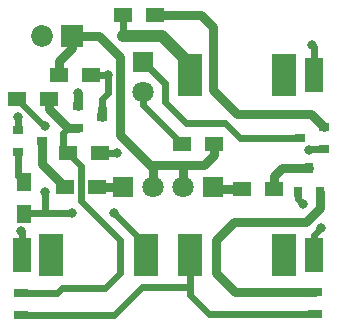
<source format=gbr>
%TF.GenerationSoftware,KiCad,Pcbnew,(5.1.9)-1*%
%TF.CreationDate,2021-03-03T01:29:12+00:00*%
%TF.ProjectId,NOR,4e4f522e-6b69-4636-9164-5f7063625858,rev?*%
%TF.SameCoordinates,Original*%
%TF.FileFunction,Copper,L1,Top*%
%TF.FilePolarity,Positive*%
%FSLAX46Y46*%
G04 Gerber Fmt 4.6, Leading zero omitted, Abs format (unit mm)*
G04 Created by KiCad (PCBNEW (5.1.9)-1) date 2021-03-03 01:29:12*
%MOMM*%
%LPD*%
G01*
G04 APERTURE LIST*
%TA.AperFunction,SMDPad,CuDef*%
%ADD10R,1.300000X0.700000*%
%TD*%
%TA.AperFunction,SMDPad,CuDef*%
%ADD11R,1.500000X1.300000*%
%TD*%
%TA.AperFunction,SMDPad,CuDef*%
%ADD12R,1.300000X1.500000*%
%TD*%
%TA.AperFunction,ComponentPad*%
%ADD13R,1.850000X1.850000*%
%TD*%
%TA.AperFunction,ComponentPad*%
%ADD14C,1.850000*%
%TD*%
%TA.AperFunction,SMDPad,CuDef*%
%ADD15R,1.500000X3.000000*%
%TD*%
%TA.AperFunction,ComponentPad*%
%ADD16R,2.000000X3.600000*%
%TD*%
%TA.AperFunction,SMDPad,CuDef*%
%ADD17R,0.900000X0.800000*%
%TD*%
%TA.AperFunction,SMDPad,CuDef*%
%ADD18R,0.800000X0.900000*%
%TD*%
%TA.AperFunction,ComponentPad*%
%ADD19R,1.800000X1.800000*%
%TD*%
%TA.AperFunction,ComponentPad*%
%ADD20C,1.800000*%
%TD*%
%TA.AperFunction,ViaPad*%
%ADD21C,0.800000*%
%TD*%
%TA.AperFunction,ViaPad*%
%ADD22C,1.000000*%
%TD*%
%TA.AperFunction,Conductor*%
%ADD23C,0.800000*%
%TD*%
%TA.AperFunction,Conductor*%
%ADD24C,0.600000*%
%TD*%
%TA.AperFunction,Conductor*%
%ADD25C,1.000000*%
%TD*%
G04 APERTURE END LIST*
D10*
%TO.P,R2,1*%
%TO.N,Net-(Q2-Pad2)*%
X64516000Y-85664000D03*
%TO.P,R2,2*%
%TO.N,Net-(J3-Pad1)*%
X64516000Y-87564000D03*
%TD*%
%TO.P,R4,1*%
%TO.N,Net-(Q3-Pad2)*%
X39600000Y-85750000D03*
%TO.P,R4,2*%
%TO.N,Net-(J3-Pad1)*%
X39600000Y-87650000D03*
%TD*%
D11*
%TO.P,R10,1*%
%TO.N,Net-(D3-Pad2)*%
X53260000Y-73152000D03*
%TO.P,R10,2*%
%TO.N,+5V*%
X55960000Y-73152000D03*
%TD*%
%TO.P,R9,1*%
%TO.N,Net-(Q4-Pad2)*%
X50950000Y-62230000D03*
%TO.P,R9,2*%
%TO.N,Net-(J4-Pad1)*%
X48250000Y-62230000D03*
%TD*%
%TO.P,R8,1*%
%TO.N,+5V*%
X42846000Y-67310000D03*
%TO.P,R8,2*%
%TO.N,Net-(J4-Pad1)*%
X45546000Y-67310000D03*
%TD*%
%TO.P,R7,1*%
%TO.N,Net-(Q3-Pad2)*%
X43608000Y-73914000D03*
%TO.P,R7,2*%
%TO.N,GND*%
X46308000Y-73914000D03*
%TD*%
%TO.P,R6,1*%
%TO.N,Net-(Q2-Pad3)*%
X61040000Y-76962000D03*
%TO.P,R6,2*%
%TO.N,Net-(D2-Pad1)*%
X58340000Y-76962000D03*
%TD*%
%TO.P,R5,1*%
%TO.N,Net-(Q1-Pad3)*%
X43354000Y-76835000D03*
%TO.P,R5,2*%
%TO.N,Net-(D1-Pad1)*%
X46054000Y-76835000D03*
%TD*%
%TO.P,R3,1*%
%TO.N,Net-(Q3-Pad2)*%
X41990000Y-69342000D03*
%TO.P,R3,2*%
%TO.N,Net-(J2-Pad1)*%
X39290000Y-69342000D03*
%TD*%
D12*
%TO.P,R1,1*%
%TO.N,Net-(Q1-Pad2)*%
X39878000Y-76374000D03*
%TO.P,R1,2*%
%TO.N,Net-(J2-Pad1)*%
X39878000Y-79074000D03*
%TD*%
D13*
%TO.P,J1,1*%
%TO.N,+5V*%
X43942000Y-64008000D03*
D14*
%TO.P,J1,2*%
%TO.N,GND*%
X41442000Y-64008000D03*
%TD*%
D15*
%TO.P,J2,3*%
%TO.N,GND*%
X39720000Y-82550000D03*
D16*
%TO.P,J2,2*%
%TO.N,Net-(J2-Pad2)*%
X42220000Y-82550000D03*
%TO.P,J2,1*%
%TO.N,Net-(J2-Pad1)*%
X50220000Y-82550000D03*
%TD*%
D15*
%TO.P,J4,3*%
%TO.N,GND*%
X64420000Y-67310000D03*
D16*
%TO.P,J4,2*%
%TO.N,Net-(J4-Pad2)*%
X61920000Y-67310000D03*
%TO.P,J4,1*%
%TO.N,Net-(J4-Pad1)*%
X53920000Y-67310000D03*
%TD*%
D15*
%TO.P,J3,3*%
%TO.N,GND*%
X64420000Y-82550000D03*
D16*
%TO.P,J3,2*%
%TO.N,Net-(J3-Pad2)*%
X61920000Y-82550000D03*
%TO.P,J3,1*%
%TO.N,Net-(J3-Pad1)*%
X53920000Y-82550000D03*
%TD*%
D17*
%TO.P,Q4,1*%
%TO.N,GND*%
X65262000Y-73594000D03*
%TO.P,Q4,2*%
%TO.N,Net-(Q4-Pad2)*%
X65262000Y-71694000D03*
%TO.P,Q4,3*%
%TO.N,Net-(D3-Pad1)*%
X63262000Y-72644000D03*
%TD*%
%TO.P,Q3,1*%
%TO.N,GND*%
X44466000Y-69916000D03*
%TO.P,Q3,2*%
%TO.N,Net-(Q3-Pad2)*%
X44466000Y-71816000D03*
%TO.P,Q3,3*%
%TO.N,Net-(J4-Pad1)*%
X46466000Y-70866000D03*
%TD*%
D18*
%TO.P,Q2,1*%
%TO.N,GND*%
X63058000Y-77200000D03*
%TO.P,Q2,2*%
%TO.N,Net-(Q2-Pad2)*%
X64958000Y-77200000D03*
%TO.P,Q2,3*%
%TO.N,Net-(Q2-Pad3)*%
X64008000Y-75200000D03*
%TD*%
D17*
%TO.P,Q1,1*%
%TO.N,GND*%
X39386000Y-71948000D03*
%TO.P,Q1,2*%
%TO.N,Net-(Q1-Pad2)*%
X39386000Y-73848000D03*
%TO.P,Q1,3*%
%TO.N,Net-(Q1-Pad3)*%
X41386000Y-72898000D03*
%TD*%
D19*
%TO.P,D3,1*%
%TO.N,Net-(D3-Pad1)*%
X50000000Y-66195000D03*
D20*
%TO.P,D3,2*%
%TO.N,Net-(D3-Pad2)*%
X50000000Y-68735000D03*
%TD*%
D19*
%TO.P,D2,1*%
%TO.N,Net-(D2-Pad1)*%
X55880000Y-76835000D03*
D20*
%TO.P,D2,2*%
%TO.N,+5V*%
X53340000Y-76835000D03*
%TD*%
D19*
%TO.P,D1,1*%
%TO.N,Net-(D1-Pad1)*%
X48260000Y-76835000D03*
D20*
%TO.P,D1,2*%
%TO.N,+5V*%
X50800000Y-76835000D03*
%TD*%
D21*
%TO.N,GND*%
X65024000Y-80264000D03*
X63500000Y-78232000D03*
X64008000Y-73660000D03*
X64262000Y-64770000D03*
X47752000Y-73914000D03*
X44450000Y-68834000D03*
X39624000Y-80518000D03*
X39370000Y-70866000D03*
%TO.N,Net-(J4-Pad1)*%
X46990000Y-67310000D03*
D22*
X48260000Y-64008000D03*
D21*
%TO.N,Net-(J2-Pad1)*%
X47498000Y-78994000D03*
X43942000Y-78994000D03*
X41656000Y-77216000D03*
X41656000Y-71628000D03*
%TD*%
D23*
%TO.N,Net-(D1-Pad1)*%
X46054000Y-76835000D02*
X48260000Y-76835000D01*
%TO.N,Net-(D2-Pad1)*%
X56007000Y-76962000D02*
X55880000Y-76835000D01*
X58340000Y-76962000D02*
X56007000Y-76962000D01*
D24*
%TO.N,Net-(D3-Pad1)*%
X51816000Y-68011000D02*
X50000000Y-66195000D01*
X51816000Y-69596000D02*
X51816000Y-68011000D01*
X53594000Y-71374000D02*
X51816000Y-69596000D01*
X56896000Y-71374000D02*
X53594000Y-71374000D01*
X58166000Y-72644000D02*
X56896000Y-71374000D01*
X63262000Y-72644000D02*
X58166000Y-72644000D01*
%TO.N,Net-(D3-Pad2)*%
X50000000Y-69892000D02*
X50000000Y-68735000D01*
X53260000Y-73152000D02*
X50000000Y-69892000D01*
%TO.N,GND*%
X64420000Y-80868000D02*
X65024000Y-80264000D01*
X64420000Y-82550000D02*
X64420000Y-80868000D01*
X63058000Y-77790000D02*
X63500000Y-78232000D01*
X63058000Y-77200000D02*
X63058000Y-77790000D01*
X64074000Y-73594000D02*
X64008000Y-73660000D01*
X65262000Y-73594000D02*
X64074000Y-73594000D01*
X64420000Y-64928000D02*
X64262000Y-64770000D01*
X64420000Y-67310000D02*
X64420000Y-64928000D01*
X46308000Y-73914000D02*
X47752000Y-73914000D01*
D23*
X44466000Y-68850000D02*
X44450000Y-68834000D01*
X44466000Y-69916000D02*
X44466000Y-68850000D01*
D24*
X39720000Y-80614000D02*
X39624000Y-80518000D01*
X39720000Y-82550000D02*
X39720000Y-80614000D01*
X39386000Y-70882000D02*
X39370000Y-70866000D01*
X39386000Y-71948000D02*
X39386000Y-70882000D01*
D23*
%TO.N,+5V*%
X43942000Y-64008000D02*
X43942000Y-65024000D01*
X42846000Y-66120000D02*
X42846000Y-67310000D01*
X43942000Y-65024000D02*
X42846000Y-66120000D01*
X55118000Y-74930000D02*
X55960000Y-74088000D01*
X48006000Y-72390000D02*
X50546000Y-74930000D01*
X55960000Y-74088000D02*
X55960000Y-73152000D01*
X48006000Y-65786000D02*
X48006000Y-72390000D01*
X46228000Y-64008000D02*
X48006000Y-65786000D01*
X43942000Y-64008000D02*
X46228000Y-64008000D01*
X50800000Y-75184000D02*
X50546000Y-74930000D01*
X50800000Y-76835000D02*
X50800000Y-75184000D01*
X53340000Y-76835000D02*
X53340000Y-74930000D01*
X53340000Y-74930000D02*
X55118000Y-74930000D01*
X50546000Y-74930000D02*
X53340000Y-74930000D01*
D24*
%TO.N,Net-(Q1-Pad2)*%
X39386000Y-75882000D02*
X39878000Y-76374000D01*
X39386000Y-73848000D02*
X39386000Y-75882000D01*
D23*
%TO.N,Net-(Q2-Pad2)*%
X63754000Y-79756000D02*
X64958000Y-78552000D01*
X57658000Y-79756000D02*
X63754000Y-79756000D01*
X56134000Y-84074000D02*
X56134000Y-81280000D01*
X57724000Y-85664000D02*
X56134000Y-84074000D01*
X64958000Y-78552000D02*
X64958000Y-77200000D01*
X56134000Y-81280000D02*
X57658000Y-79756000D01*
X64516000Y-85664000D02*
X57724000Y-85664000D01*
%TO.N,Net-(Q3-Pad2)*%
X41990000Y-69342000D02*
X41990000Y-70184000D01*
X43622000Y-71816000D02*
X44466000Y-71816000D01*
X41990000Y-70184000D02*
X43622000Y-71816000D01*
D24*
X42720002Y-85750000D02*
X43126002Y-85344000D01*
X39600000Y-85750000D02*
X42720002Y-85750000D01*
X43126002Y-85344000D02*
X46736000Y-85344000D01*
X46736000Y-85344000D02*
X48006000Y-84074000D01*
X48006000Y-81280000D02*
X44704000Y-77978000D01*
X48006000Y-84074000D02*
X48006000Y-81280000D01*
X44704000Y-75010000D02*
X43608000Y-73914000D01*
X44704000Y-77978000D02*
X44704000Y-75010000D01*
X43180000Y-72258000D02*
X43622000Y-71816000D01*
X43180000Y-73486000D02*
X43180000Y-72258000D01*
X43608000Y-73914000D02*
X43180000Y-73486000D01*
%TO.N,Net-(J4-Pad1)*%
X45546000Y-67310000D02*
X46990000Y-67310000D01*
X48260000Y-62240000D02*
X48250000Y-62230000D01*
X48260000Y-64008000D02*
X48260000Y-62240000D01*
D23*
X46466000Y-70866000D02*
X46466000Y-70120000D01*
D24*
X46466000Y-70120000D02*
X46466000Y-69358000D01*
X46466000Y-69358000D02*
X46990000Y-68834000D01*
X46990000Y-68834000D02*
X46990000Y-67310000D01*
D25*
X53920000Y-67310000D02*
X53920000Y-66366000D01*
X51562000Y-64008000D02*
X48260000Y-64008000D01*
X53920000Y-66366000D02*
X51562000Y-64008000D01*
D23*
%TO.N,Net-(Q4-Pad2)*%
X64180000Y-70612000D02*
X65262000Y-71694000D01*
X57912000Y-70612000D02*
X64180000Y-70612000D01*
X55880000Y-63246000D02*
X55880000Y-68580000D01*
X54864000Y-62230000D02*
X55880000Y-63246000D01*
X55880000Y-68580000D02*
X57912000Y-70612000D01*
X50950000Y-62230000D02*
X54864000Y-62230000D01*
D24*
%TO.N,Net-(J2-Pad1)*%
X50220000Y-81716000D02*
X47498000Y-78994000D01*
X50220000Y-82550000D02*
X50220000Y-81716000D01*
X39958000Y-78994000D02*
X39878000Y-79074000D01*
X41656000Y-78994000D02*
X41656000Y-77216000D01*
X43942000Y-78994000D02*
X41656000Y-78994000D01*
X41656000Y-78994000D02*
X39958000Y-78994000D01*
X41576000Y-71628000D02*
X39290000Y-69342000D01*
X41656000Y-71628000D02*
X41576000Y-71628000D01*
%TO.N,Net-(J3-Pad1)*%
X55560000Y-87564000D02*
X64516000Y-87564000D01*
X53920000Y-85924000D02*
X55560000Y-87564000D01*
X53920000Y-85272000D02*
X49856000Y-85272000D01*
X53920000Y-82550000D02*
X53920000Y-85272000D01*
X53920000Y-85272000D02*
X53920000Y-85924000D01*
X47478000Y-87650000D02*
X39600000Y-87650000D01*
X49856000Y-85272000D02*
X47478000Y-87650000D01*
D23*
%TO.N,Net-(Q1-Pad3)*%
X41386000Y-74867000D02*
X43354000Y-76835000D01*
X41386000Y-72898000D02*
X41386000Y-74867000D01*
%TO.N,Net-(Q2-Pad3)*%
X61040000Y-76962000D02*
X61040000Y-75866000D01*
X61706000Y-75200000D02*
X64008000Y-75200000D01*
X61040000Y-75866000D02*
X61706000Y-75200000D01*
%TD*%
M02*

</source>
